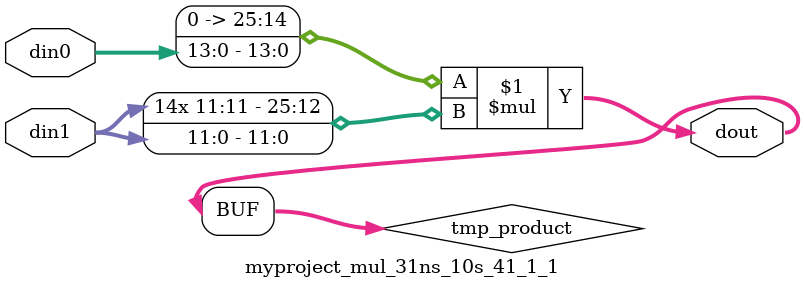
<source format=v>

`timescale 1 ns / 1 ps

  module myproject_mul_31ns_10s_41_1_1(din0, din1, dout);
parameter ID = 1;
parameter NUM_STAGE = 0;
parameter din0_WIDTH = 14;
parameter din1_WIDTH = 12;
parameter dout_WIDTH = 26;

input [din0_WIDTH - 1 : 0] din0; 
input [din1_WIDTH - 1 : 0] din1; 
output [dout_WIDTH - 1 : 0] dout;

wire signed [dout_WIDTH - 1 : 0] tmp_product;











assign tmp_product = $signed({1'b0, din0}) * $signed(din1);










assign dout = tmp_product;







endmodule

</source>
